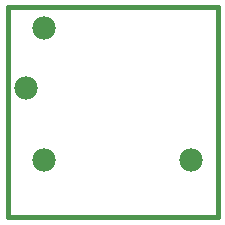
<source format=gbs>
G75*
%MOIN*%
%OFA0B0*%
%FSLAX25Y25*%
%IPPOS*%
%LPD*%
%AMOC8*
5,1,8,0,0,1.08239X$1,22.5*
%
%ADD10C,0.01600*%
%ADD11C,0.07800*%
D10*
X0002000Y0001800D02*
X0072000Y0001800D01*
X0072000Y0071800D01*
X0002000Y0071800D01*
X0002000Y0001800D01*
D11*
X0014000Y0020800D03*
X0008000Y0044800D03*
X0014000Y0064800D03*
X0063000Y0020800D03*
M02*

</source>
